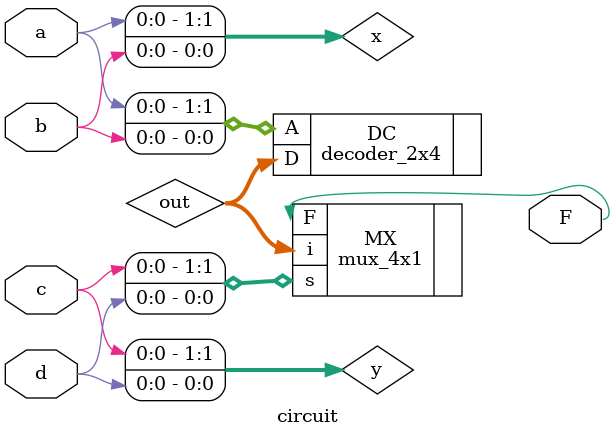
<source format=v>
`include "mux_4x1.v"
`include "decoder_2x4.v"

module circuit( input a, input b, input c, input d, output F);
    wire [3:0] out;
    wire [1:0] x;
    wire [1:0] y;

    assign x = {a,b};
    assign y = {c,d};

    decoder_2x4 DC(.A(x) , .D(out));
    mux_4x1 MX( .i(out), .s(y) ,.F(F));

endmodule
</source>
